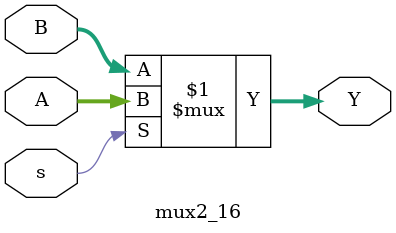
<source format=sv>
module MyAdder
#(
    parameter bitwidth = 32
)(
    //input clk,
    input [bitwidth-1:0] A, B,
    output [bitwidth-1:0] S,
    output Cout
);
//you can change this two lines
  wire [15:0] Adder_S0;
  wire [15:0] Adder_S1;
  wire Cout_middle, C0, C1;

//your code should start from here, don't touch inputs, don't touch other modules
  
  CLA_16bit CLA_16_inst(A[15:0], B[15:0], 0, S[15:0], Cout_middle);
  CLA_16bit CLA_16_inst0(A[31:16], B[31:16], 0, Adder_S0, C0);
  CLA_16bit CLA_16_inst1(A[31:16], B[31:16], 1, Adder_S1, C1);
  
  mux2_16 mux2_16_inst(Adder_S1, Adder_S0, Cout_middle, S[31:16]);
  mux2    mux2_inst   (C1, C0, Cout_middle, Cout);
  
//your code should end here


//but you can also change this two lines
endmodule


module HA(
    input a,b,
    output s, cout
);
    assign s=a^b;
    assign cout=a&b;
endmodule

module FA (
    input a,b,cin,
    output s,cout
    );
    wire xor1;
    assign xor1 = a^b;
    assign s = xor1^cin;
    assign cout = xor1&cin | a&b;
endmodule

module CLA_4bit(
  input [3:0] A, B,
  input Cin,
  output [3:0] S,
  output Cout
);
  wire [4:0] C;
  wire [3:0] G;
  wire [3:0] P;
  wire [3:0] S_out, FA_cout;
  
  assign C[0] = Cin;
  genvar i;
  generate
    for(i = 0; i < 4; i = i+1) begin :name
      HA HA_instant(A[i], B[i], P[i], G[i]);
      assign C[i+1] = G[i] | C[i]&P[i];
      FA FA_instant(A[i], B[i], C[i], S_out[i], FA_cout[i]);
    end
  endgenerate
  
  assign S = S_out;
  assign Cout = C[4];
  
endmodule

module CLA_16bit(
  input [15:0] A, B,
  input Cin,
  output [15:0] S,
  output Cout
);
  wire [3:0] C;
  
  CLA_4bit CLA_4_inst0(A[3:0],   B[3:0],   Cin,  S[3:0],   C[0]);
  CLA_4bit CLA_4_inst1(A[7:4],   B[7:4],   C[0], S[7:4],   C[1]);
  CLA_4bit CLA_4_inst2(A[11:8],  B[11:8],  C[1], S[11:8],  C[2]);
  CLA_4bit CLA_4_inst3(A[15:12], B[15:12], C[2], S[15:12], C[3]);
  
  assign Cout = C[3];
  
endmodule

module mux2(
  input A, B,
  input s,
  output Y
);
  
  assign Y = s ? A : B;  
endmodule

module mux2_16(
  input [15:0] A, B,
  input s,
  output [15:0] Y
);
  
  assign Y = s ? A : B;  
endmodule
</source>
